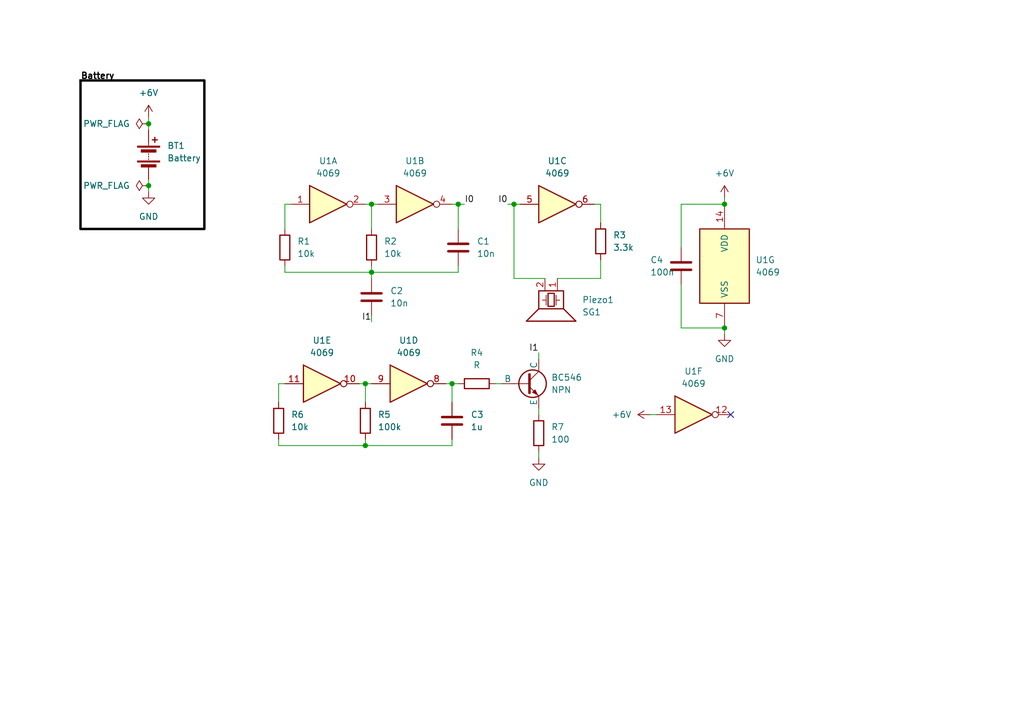
<source format=kicad_sch>
(kicad_sch (version 20230121) (generator eeschema)
  (paper "A5")
  (title_block (title "CD4069 Siren") (date "2023-09-13") (rev "0") (company "N/A") (comment 1 "N/A"))
  (lib_symbols
    (symbol "4xxx:4069" (pin_names (offset 1.016))
      (property "Reference" "U" (at 0 1.27 0))
      (property "Value" "4069" (at 0 -1.27 0))
      (symbol "4069_1_0"
        (polyline (pts (xy -3.81 3.81) (xy -3.81 -3.81) (xy 3.81 0) (xy -3.81 3.81)) (stroke (width 0.254)) (fill (type background)))
        (pin input line (at -7.62 0 0) (length 3.81) (name "~") (number "1"))
        (pin output inverted (at 7.62 0 180) (length 3.81) (name "~") (number "2"))
      )
      (symbol "4069_2_0"
        (polyline (pts (xy -3.81 3.81) (xy -3.81 -3.81) (xy 3.81 0) (xy -3.81 3.81)) (stroke (width 0.254)) (fill (type background)))
        (pin input line (at -7.62 0 0) (length 3.81) (name "~") (number "3"))
        (pin output inverted (at 7.62 0 180) (length 3.81) (name "~") (number "4"))
      )
      (symbol "4069_3_0"
        (polyline (pts (xy -3.81 3.81) (xy -3.81 -3.81) (xy 3.81 0) (xy -3.81 3.81)) (stroke (width 0.254)) (fill (type background)))
        (pin input line (at -7.62 0 0) (length 3.81) (name "~") (number "5"))
        (pin output inverted (at 7.62 0 180) (length 3.81) (name "~") (number "6"))
      )
      (symbol "4069_4_0"
        (polyline (pts (xy -3.81 3.81) (xy -3.81 -3.81) (xy 3.81 0) (xy -3.81 3.81)) (stroke (width 0.254)) (fill (type background)))
        (pin output inverted (at 7.62 0 180) (length 3.81) (name "~") (number "8"))
        (pin input line (at -7.62 0 0) (length 3.81) (name "~") (number "9"))
      )
      (symbol "4069_5_0"
        (polyline (pts (xy -3.81 3.81) (xy -3.81 -3.81) (xy 3.81 0) (xy -3.81 3.81)) (stroke (width 0.254)) (fill (type background)))
        (pin output inverted (at 7.62 0 180) (length 3.81) (name "~") (number "10"))
        (pin input line (at -7.62 0 0) (length 3.81) (name "~") (number "11"))
      )
      (symbol "4069_6_0"
        (polyline (pts (xy -3.81 3.81) (xy -3.81 -3.81) (xy 3.81 0) (xy -3.81 3.81)) (stroke (width 0.254)) (fill (type background)))
        (pin output inverted (at 7.62 0 180) (length 3.81) (name "~") (number "12"))
        (pin input line (at -7.62 0 0) (length 3.81) (name "~") (number "13"))
      )
      (symbol "4069_7_0"
        (pin power_in line (at 0 12.7 270) (length 5.08) (name "VDD") (number "14"))
        (pin power_in line (at 0 -12.7 90) (length 5.08) (name "VSS") (number "7"))
      )
      (symbol "4069_7_1"
        (rectangle (start -5.08 7.62) (end 5.08 -7.62) (stroke (width 0.254)) (fill (type background)))
      )
    )
    (symbol "Device:Battery" (pin_numbers hide) (pin_names (offset 0) hide)
      (property "Reference" "BT" (at 2.54 2.54 0))
      (property "Value" "Battery" (at 2.54 0 0))
      (symbol "Battery_0_1"
        (rectangle (start -2.286 -1.27) (end 2.286 -1.524) (fill (type outline)))
        (rectangle (start -2.286 1.778) (end 2.286 1.524) (fill (type outline)))
        (rectangle (start -1.524 -2.032) (end 1.524 -2.54) (fill (type outline)))
        (rectangle (start -1.524 1.016) (end 1.524 0.508) (fill (type outline)))
        (polyline (pts (xy 0 -1.016) (xy 0 -0.762)))
        (polyline (pts (xy 0 -0.508) (xy 0 -0.254)))
        (polyline (pts (xy 0 0) (xy 0 0.254)))
        (polyline (pts (xy 0 1.778) (xy 0 2.54)))
        (polyline (pts (xy 0.762 3.048) (xy 1.778 3.048)) (stroke (width 0.254)))
        (polyline (pts (xy 1.27 3.556) (xy 1.27 2.54)) (stroke (width 0.254)))
      )
      (symbol "Battery_1_1"
        (pin passive line (at 0 5.08 270) (length 2.54) (name "+") (number "1"))
        (pin passive line (at 0 -5.08 90) (length 2.54) (name "-") (number "2"))
      )
    )
    (symbol "Device:C" (pin_numbers hide) (pin_names (offset 0.254))
      (property "Reference" "C" (at 0.635 2.54 0))
      (property "Value" "C" (at 0.635 -2.54 0))
      (symbol "C_0_1"
        (polyline (pts (xy -2.032 -0.762) (xy 2.032 -0.762)) (stroke (width 0.508)))
        (polyline (pts (xy -2.032 0.762) (xy 2.032 0.762)) (stroke (width 0.508)))
      )
      (symbol "C_1_1"
        (pin passive line (at 0 3.81 270) (length 2.794) (name "~") (number "1"))
        (pin passive line (at 0 -3.81 90) (length 2.794) (name "~") (number "2"))
      )
    )
    (symbol "Device:R" (pin_numbers hide) (pin_names (offset 0))
      (property "Reference" "R" (at 2.032 0 90))
      (property "Value" "R" (at 0 0 90))
      (symbol "R_0_1"
        (rectangle (start -1.016 -2.54) (end 1.016 2.54) (stroke (width 0.254)))
      )
      (symbol "R_1_1"
        (pin passive line (at 0 3.81 270) (length 1.27) (name "~") (number "1"))
        (pin passive line (at 0 -3.81 90) (length 1.27) (name "~") (number "2"))
      )
    )
    (symbol "Device:Speaker_Crystal" (pin_names (offset 0) hide)
      (property "Reference" "LS" (at 0.635 5.715 0))
      (property "Value" "Speaker_Crystal" (at 0.635 3.81 0))
      (symbol "Speaker_Crystal_0_0"
        (rectangle (start -2.54 1.27) (end 1.143 -3.81) (stroke (width 0.254)))
        (rectangle (start -2.032 -0.635) (end 0.635 -1.905) (stroke (width 0.254)))
        (polyline (pts (xy -1.651 -2.286) (xy 0.381 -2.286)))
        (polyline (pts (xy -1.651 -0.254) (xy 0.381 -0.254)))
        (polyline (pts (xy -0.635 -2.286) (xy -0.635 -3.048)))
        (polyline (pts (xy -0.635 -0.254) (xy -0.635 0.508)))
        (polyline (pts (xy 1.143 1.27) (xy 3.683 3.81) (xy 3.683 -6.35) (xy 1.143 -3.81)) (stroke (width 0.254)))
      )
      (symbol "Speaker_Crystal_1_1"
        (pin input line (at -5.08 0 0) (length 2.54) (name "1") (number "1"))
        (pin input line (at -5.08 -2.54 0) (length 2.54) (name "2") (number "2"))
      )
    )
    (symbol "Simulation_SPICE:NPN" (pin_numbers hide) (pin_names (offset 0))
      (property "Reference" "Q" (at -2.54 7.62 0))
      (property "Value" "NPN" (at -2.54 5.08 0))
      (symbol "NPN_0_1"
        (polyline (pts (xy -2.54 0) (xy 0.635 0)) (stroke (width 0.1524)))
        (polyline (pts (xy 0.635 0.635) (xy 2.54 2.54)))
        (polyline (pts (xy 2.794 -1.27) (xy 2.794 -1.27)) (stroke (width 0.1524)))
        (polyline (pts (xy 2.794 -1.27) (xy 2.794 -1.27)) (stroke (width 0.1524)))
        (polyline (pts (xy 0.635 -0.635) (xy 2.54 -2.54) (xy 2.54 -2.54)))
        (polyline (pts (xy 0.635 1.905) (xy 0.635 -1.905) (xy 0.635 -1.905)) (stroke (width 0.508)))
        (polyline (pts (xy 1.27 -1.778) (xy 1.778 -1.27) (xy 2.286 -2.286) (xy 1.27 -1.778) (xy 1.27 -1.778)) (fill (type outline)))
        (circle (center 1.27 0) (radius 2.8194) (stroke (width 0.254)))
      )
      (symbol "NPN_1_1"
        (pin open_collector line (at 2.54 5.08 270) (length 2.54) (name "C") (number "1"))
        (pin input line (at -5.08 0 0) (length 2.54) (name "B") (number "2"))
        (pin open_emitter line (at 2.54 -5.08 90) (length 2.54) (name "E") (number "3"))
      )
    )
    (symbol "power:+6V" (power) (pin_names (offset 0))
      (property "Value" "+6V" (at 0 3.556 0))
      (symbol "+6V_0_1"
        (polyline (pts (xy -0.762 1.27) (xy 0 2.54)))
        (polyline (pts (xy 0 0) (xy 0 2.54)))
        (polyline (pts (xy 0 2.54) (xy 0.762 1.27)))
      )
      (symbol "+6V_1_1"
        (pin power_in line (at 0 0 90) (length 0) hide (name "+6V") (number "1"))
      )
    )
    (symbol "power:GND" (power) (pin_names (offset 0))
      (property "Value" "GND" (at 0 -3.81 0))
      (symbol "GND_0_1"
        (polyline (pts (xy 0 0) (xy 0 -1.27) (xy 1.27 -1.27) (xy 0 -2.54) (xy -1.27 -1.27) (xy 0 -1.27)))
      )
      (symbol "GND_1_1"
        (pin power_in line (at 0 0 270) (length 0) hide (name "GND") (number "1"))
      )
    )
    (symbol "power:PWR_FLAG" (power) (pin_numbers hide) (pin_names (offset 0) hide)
      (property "Value" "PWR_FLAG" (at 0 3.81 0))
      (symbol "PWR_FLAG_0_0"
        (pin power_out line (at 0 0 90) (length 0) (name "pwr") (number "1"))
      )
      (symbol "PWR_FLAG_0_1"
        (polyline (pts (xy 0 0) (xy 0 1.27) (xy -1.016 1.905) (xy 0 2.54) (xy 1.016 1.905) (xy 0 1.27)))
      )
    )
  )
  (junction (at 148.59 67.31))
  (junction (at 30.48 38.1))
  (junction (at 76.2 41.91))
  (junction (at 74.93 78.74))
  (junction (at 148.59 41.91))
  (junction (at 30.48 25.4))
  (junction (at 76.2 55.88))
  (junction (at 93.98 41.91))
  (junction (at 105.41 41.91))
  (junction (at 74.93 91.44))
  (junction (at 92.71 78.74))
  (no_connect (at 149.86 85.09))
  (wire (pts (xy 92.71 78.74) (xy 92.71 82.55)))
  (wire (pts (xy 74.93 78.74) (xy 74.93 82.55)))
  (wire (pts (xy 91.44 78.74) (xy 92.71 78.74)))
  (wire (pts (xy 110.49 92.71) (xy 110.49 93.98)))
  (wire (pts (xy 105.41 41.91) (xy 106.68 41.91)))
  (wire (pts (xy 110.49 83.82) (xy 110.49 85.09)))
  (wire (pts (xy 148.59 40.64) (xy 148.59 41.91)))
  (wire (pts (xy 110.49 72.39) (xy 110.49 73.66)))
  (wire (pts (xy 93.98 41.91) (xy 93.98 46.99)))
  (wire (pts (xy 30.48 25.4) (xy 30.48 26.67)))
  (wire (pts (xy 139.7 50.8) (xy 139.7 41.91)))
  (wire (pts (xy 58.42 55.88) (xy 76.2 55.88)))
  (wire (pts (xy 92.71 41.91) (xy 93.98 41.91)))
  (wire (pts (xy 57.15 90.17) (xy 57.15 91.44)))
  (wire (pts (xy 58.42 78.74) (xy 57.15 78.74)))
  (wire (pts (xy 105.41 57.15) (xy 105.41 41.91)))
  (wire (pts (xy 57.15 78.74) (xy 57.15 82.55)))
  (wire (pts (xy 92.71 78.74) (xy 93.98 78.74)))
  (wire (pts (xy 101.6 78.74) (xy 102.87 78.74)))
  (wire (pts (xy 74.93 91.44) (xy 92.71 91.44)))
  (wire (pts (xy 30.48 36.83) (xy 30.48 38.1)))
  (wire (pts (xy 139.7 67.31) (xy 148.59 67.31)))
  (wire (pts (xy 76.2 41.91) (xy 77.47 41.91)))
  (wire (pts (xy 59.69 41.91) (xy 58.42 41.91)))
  (wire (pts (xy 76.2 41.91) (xy 76.2 46.99)))
  (wire (pts (xy 76.2 55.88) (xy 93.98 55.88)))
  (wire (pts (xy 76.2 55.88) (xy 76.2 54.61)))
  (wire (pts (xy 74.93 41.91) (xy 76.2 41.91)))
  (wire (pts (xy 104.14 41.91) (xy 105.41 41.91)))
  (wire (pts (xy 76.2 55.88) (xy 76.2 57.15)))
  (wire (pts (xy 123.19 57.15) (xy 114.3 57.15)))
  (wire (pts (xy 73.66 78.74) (xy 74.93 78.74)))
  (wire (pts (xy 92.71 91.44) (xy 92.71 90.17)))
  (wire (pts (xy 148.59 67.31) (xy 148.59 68.58)))
  (wire (pts (xy 30.48 24.13) (xy 30.48 25.4)))
  (wire (pts (xy 123.19 41.91) (xy 123.19 45.72)))
  (wire (pts (xy 74.93 78.74) (xy 76.2 78.74)))
  (wire (pts (xy 93.98 41.91) (xy 95.25 41.91)))
  (wire (pts (xy 76.2 64.77) (xy 76.2 66.04)))
  (wire (pts (xy 74.93 91.44) (xy 74.93 90.17)))
  (wire (pts (xy 93.98 55.88) (xy 93.98 54.61)))
  (wire (pts (xy 111.76 57.15) (xy 105.41 57.15)))
  (wire (pts (xy 30.48 38.1) (xy 30.48 39.37)))
  (wire (pts (xy 123.19 53.34) (xy 123.19 57.15)))
  (wire (pts (xy 133.35 85.09) (xy 134.62 85.09)))
  (wire (pts (xy 58.42 41.91) (xy 58.42 46.99)))
  (wire (pts (xy 139.7 58.42) (xy 139.7 67.31)))
  (wire (pts (xy 57.15 91.44) (xy 74.93 91.44)))
  (wire (pts (xy 121.92 41.91) (xy 123.19 41.91)))
  (wire (pts (xy 139.7 41.91) (xy 148.59 41.91)))
  (wire (pts (xy 58.42 54.61) (xy 58.42 55.88)))
  (rectangle (start 16.51 16.51) (end 41.91 46.99) (stroke (width 0.5) (color 0 0 0 1)))
  (text "Battery" (at 16.51 16.51 0) (effects (font (size 1.27 1.27) (thickness 0.254) bold) (justify left bottom)))
  (label "I0" (at 104.14 41.91 180))
  (label "I1" (at 76.2 66.04 180))
  (label "I0" (at 95.25 41.91 0))
  (label "I1" (at 110.49 72.39 180))
  (symbol (lib_id "Device:C") (at 139.7 54.61 0) (unit 1)
    (property "Reference" "C4" (at 133.35 53.34 0) (effects (justify left)))
    (property "Value" "100n" (at 133.35 55.88 0) (effects (justify left)))
    (property "Footprint" "Capacitor_THT:C_Disc_D3.0mm_W1.6mm_P2.50mm" (effects hide))
  )
  (symbol (lib_id "power:GND") (at 148.59 68.58 0) (unit 1)
    (property "Reference" "#PWR06" (effects hide))
    (property "Value" "GND" (at 148.59 73.66 0))
  )
  (symbol (lib_id "4xxx:4069") (at 114.3 41.91 0) (unit 3)
    (property "Reference" "U1" (at 114.3 33.02 0))
    (property "Value" "4069" (at 114.3 35.56 0))
    (property "Footprint" "Package_DIP:DIP-14_W7.62mm" (effects hide))
    (property "Datasheet" "http://www.intersil.com/content/dam/Intersil/documents/cd40/cd4069ubms.pdf" (effects hide))
  )
  (symbol (lib_id "Device:C") (at 93.98 50.8 0) (unit 1)
    (property "Reference" "C1" (at 97.79 49.53 0) (effects (justify left)))
    (property "Value" "10n" (at 97.79 52.07 0) (effects (justify left)))
    (property "Footprint" "Capacitor_THT:C_Disc_D3.0mm_W1.6mm_P2.50mm" (effects hide))
  )
  (symbol (lib_id "Device:R") (at 58.42 50.8 0) (unit 1)
    (property "Reference" "R1" (at 60.96 49.53 0) (effects (justify left)))
    (property "Value" "10k" (at 60.96 52.07 0) (effects (justify left)))
    (property "Footprint" "Resistor_THT:R_Axial_DIN0204_L3.6mm_D1.6mm_P7.62mm_Horizontal" (effects hide))
  )
  (symbol (lib_id "power:GND") (at 110.49 93.98 0) (unit 1)
    (property "Reference" "#PWR04" (effects hide))
    (property "Value" "GND" (at 110.49 99.06 0))
  )
  (symbol (lib_id "4xxx:4069") (at 67.31 41.91 0) (unit 1)
    (property "Reference" "U1" (at 67.31 33.02 0))
    (property "Value" "4069" (at 67.31 35.56 0))
    (property "Footprint" "Package_DIP:DIP-14_W7.62mm" (effects hide))
    (property "Datasheet" "http://www.intersil.com/content/dam/Intersil/documents/cd40/cd4069ubms.pdf" (effects hide))
  )
  (symbol (lib_id "power:PWR_FLAG") (at 30.48 25.4 90) (unit 1)
    (property "Reference" "#FLG01" (effects hide))
    (property "Value" "PWR_FLAG" (at 26.67 25.4 90) (effects (justify left)))
  )
  (symbol (lib_id "Device:R") (at 110.49 88.9 0) (unit 1)
    (property "Reference" "R7" (at 113.03 87.63 0) (effects (justify left)))
    (property "Value" "100" (at 113.03 90.17 0) (effects (justify left)))
    (property "Footprint" "Resistor_THT:R_Axial_DIN0204_L3.6mm_D1.6mm_P7.62mm_Horizontal" (effects hide))
  )
  (symbol (lib_id "Simulation_SPICE:NPN") (at 107.95 78.74 0) (unit 1)
    (property "Reference" "BC546" (at 113.03 77.47 0) (effects (justify left)))
    (property "Value" "NPN" (at 113.03 80.01 0) (effects (justify left)))
    (property "Footprint" "Package_TO_SOT_THT:TO-92" (effects hide))
    (property "Sim.Device" "NPN" (effects hide))
    (property "Sim.Type" "GUMMELPOON" (effects hide))
    (property "Sim.Pins" "1=C 2=B 3=E" (effects hide))
  )
  (symbol (lib_id "Device:C") (at 76.2 60.96 0) (unit 1)
    (property "Reference" "C2" (at 80.01 59.69 0) (effects (justify left)))
    (property "Value" "10n" (at 80.01 62.23 0) (effects (justify left)))
    (property "Footprint" "Capacitor_THT:C_Disc_D3.0mm_W1.6mm_P2.50mm" (effects hide))
  )
  (symbol (lib_id "power:+6V") (at 133.35 85.09 90) (unit 1)
    (property "Reference" "#PWR03" (effects hide))
    (property "Value" "+6V" (at 129.54 85.09 90) (effects (justify left)))
  )
  (symbol (lib_id "Device:R") (at 123.19 49.53 0) (unit 1)
    (property "Reference" "R3" (at 125.73 48.26 0) (effects (justify left)))
    (property "Value" "3.3k" (at 125.73 50.8 0) (effects (justify left)))
    (property "Footprint" "Resistor_THT:R_Axial_DIN0204_L3.6mm_D1.6mm_P7.62mm_Horizontal" (effects hide))
  )
  (symbol (lib_id "4xxx:4069") (at 83.82 78.74 0) (unit 4)
    (property "Reference" "U1" (at 83.82 69.85 0))
    (property "Value" "4069" (at 83.82 72.39 0))
    (property "Footprint" "Package_DIP:DIP-14_W7.62mm" (effects hide))
    (property "Datasheet" "http://www.intersil.com/content/dam/Intersil/documents/cd40/cd4069ubms.pdf" (effects hide))
  )
  (symbol (lib_id "power:+6V") (at 148.59 40.64 0) (unit 1)
    (property "Reference" "#PWR02" (effects hide))
    (property "Value" "+6V" (at 148.59 35.56 0))
  )
  (symbol (lib_id "Device:R") (at 57.15 86.36 0) (unit 1)
    (property "Reference" "R6" (at 59.69 85.09 0) (effects (justify left)))
    (property "Value" "10k" (at 59.69 87.63 0) (effects (justify left)))
    (property "Footprint" "Resistor_THT:R_Axial_DIN0204_L3.6mm_D1.6mm_P7.62mm_Horizontal" (effects hide))
  )
  (symbol (lib_id "Device:Speaker_Crystal") (at 114.3 62.23 270) (unit 1)
    (property "Reference" "Piezo1" (at 119.38 61.5315 90) (effects (justify left)))
    (property "Value" "SG1" (at 119.38 64.0715 90) (effects (justify left)))
    (property "Footprint" "Buzzer_Beeper:Buzzer_12x9.5RM7.6" (effects hide))
  )
  (symbol (lib_id "4xxx:4069") (at 148.59 54.61 0) (unit 7)
    (property "Reference" "U1" (at 154.94 53.34 0) (effects (justify left)))
    (property "Value" "4069" (at 154.94 55.88 0) (effects (justify left)))
    (property "Footprint" "Package_DIP:DIP-14_W7.62mm" (effects hide))
    (property "Datasheet" "http://www.intersil.com/content/dam/Intersil/documents/cd40/cd4069ubms.pdf" (effects hide))
  )
  (symbol (lib_id "power:+6V") (at 30.48 24.13 0) (unit 1)
    (property "Reference" "#PWR01" (effects hide))
    (property "Value" "+6V" (at 30.48 19.05 0))
  )
  (symbol (lib_id "4xxx:4069") (at 85.09 41.91 0) (unit 2)
    (property "Reference" "U1" (at 85.09 33.02 0))
    (property "Value" "4069" (at 85.09 35.56 0))
    (property "Footprint" "Package_DIP:DIP-14_W7.62mm" (effects hide))
    (property "Datasheet" "http://www.intersil.com/content/dam/Intersil/documents/cd40/cd4069ubms.pdf" (effects hide))
  )
  (symbol (lib_id "power:PWR_FLAG") (at 30.48 38.1 90) (unit 1)
    (property "Reference" "#FLG02" (effects hide))
    (property "Value" "PWR_FLAG" (at 26.67 38.1 90) (effects (justify left)))
  )
  (symbol (lib_id "Device:R") (at 74.93 86.36 0) (unit 1)
    (property "Reference" "R5" (at 77.47 85.09 0) (effects (justify left)))
    (property "Value" "100k" (at 77.47 87.63 0) (effects (justify left)))
    (property "Footprint" "Resistor_THT:R_Axial_DIN0204_L3.6mm_D1.6mm_P7.62mm_Horizontal" (effects hide))
  )
  (symbol (lib_id "Device:R") (at 97.79 78.74 90) (unit 1)
    (property "Reference" "R4" (at 97.79 72.39 90))
    (property "Value" "R" (at 97.79 74.93 90))
    (property "Footprint" "Resistor_THT:R_Axial_DIN0204_L3.6mm_D1.6mm_P7.62mm_Horizontal" (effects hide))
  )
  (symbol (lib_id "power:GND") (at 30.48 39.37 0) (unit 1)
    (property "Reference" "#PWR07" (effects hide))
    (property "Value" "GND" (at 30.48 44.45 0))
  )
  (symbol (lib_id "Device:C") (at 92.71 86.36 0) (unit 1)
    (property "Reference" "C3" (at 96.52 85.09 0) (effects (justify left)))
    (property "Value" "1u" (at 96.52 87.63 0) (effects (justify left)))
    (property "Footprint" "Capacitor_THT:C_Disc_D3.0mm_W1.6mm_P2.50mm" (effects hide))
  )
  (symbol (lib_id "Device:Battery") (at 30.48 31.75 0) (unit 1)
    (property "Reference" "BT1" (at 34.29 29.9085 0) (effects (justify left)))
    (property "Value" "Battery" (at 34.29 32.4485 0) (effects (justify left)))
    (property "Footprint" "Connector_PinHeader_2.54mm:PinHeader_1x02_P2.54mm_Vertical" (effects hide))
  )
  (symbol (lib_id "Device:R") (at 76.2 50.8 0) (unit 1)
    (property "Reference" "R2" (at 78.74 49.53 0) (effects (justify left)))
    (property "Value" "10k" (at 78.74 52.07 0) (effects (justify left)))
    (property "Footprint" "Resistor_THT:R_Axial_DIN0204_L3.6mm_D1.6mm_P7.62mm_Horizontal" (effects hide))
  )
  (symbol (lib_id "4xxx:4069") (at 66.04 78.74 0) (unit 5)
    (property "Reference" "U1" (at 66.04 69.85 0))
    (property "Value" "4069" (at 66.04 72.39 0))
    (property "Footprint" "Package_DIP:DIP-14_W7.62mm" (effects hide))
    (property "Datasheet" "http://www.intersil.com/content/dam/Intersil/documents/cd40/cd4069ubms.pdf" (effects hide))
  )
  (symbol (lib_id "4xxx:4069") (at 142.24 85.09 0) (unit 6)
    (property "Reference" "U1" (at 142.24 76.2 0))
    (property "Value" "4069" (at 142.24 78.74 0))
    (property "Footprint" "Package_DIP:DIP-14_W7.62mm" (effects hide))
    (property "Datasheet" "http://www.intersil.com/content/dam/Intersil/documents/cd40/cd4069ubms.pdf" (effects hide))
  )
)
</source>
